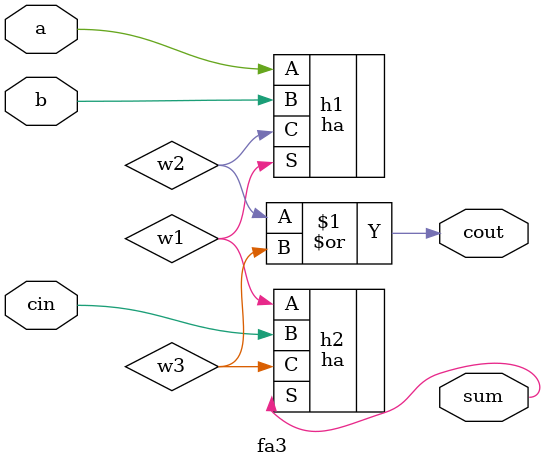
<source format=v>
`timescale 1ns / 1ps


module fa3(a, b, cin, cout, sum );

input a,b,cin;
output cout, sum;

wire w1, w2, w3;

ha h1(.A (a), .B (b), .S(w1), .C(w2));
ha h2(.A (w1), .B (cin), .S(sum), .C(w3));

assign cout = w2 | w3;

endmodule

</source>
